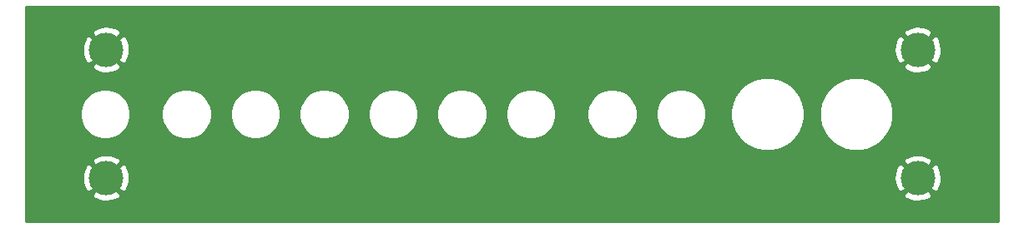
<source format=gbl>
G04 #@! TF.GenerationSoftware,KiCad,Pcbnew,(5.1.8)-1*
G04 #@! TF.CreationDate,2023-04-09T21:37:19+02:00*
G04 #@! TF.ProjectId,BulkyModem FP2,42756c6b-794d-46f6-9465-6d204650322e,rev?*
G04 #@! TF.SameCoordinates,Original*
G04 #@! TF.FileFunction,Copper,L2,Bot*
G04 #@! TF.FilePolarity,Positive*
%FSLAX46Y46*%
G04 Gerber Fmt 4.6, Leading zero omitted, Abs format (unit mm)*
G04 Created by KiCad (PCBNEW (5.1.8)-1) date 2023-04-09 21:37:19*
%MOMM*%
%LPD*%
G01*
G04 APERTURE LIST*
G04 #@! TA.AperFunction,ComponentPad*
%ADD10C,3.500000*%
G04 #@! TD*
G04 #@! TA.AperFunction,Conductor*
%ADD11C,0.254000*%
G04 #@! TD*
G04 #@! TA.AperFunction,Conductor*
%ADD12C,0.100000*%
G04 #@! TD*
G04 APERTURE END LIST*
D10*
X99915000Y-129099000D03*
X182265000Y-129099000D03*
X182265000Y-116049000D03*
X99915000Y-116049000D03*
D11*
X190430000Y-133514000D02*
X91750000Y-133514000D01*
X91750000Y-130768609D01*
X98424997Y-130768609D01*
X98611073Y-131109766D01*
X99028409Y-131325513D01*
X99479815Y-131455696D01*
X99947946Y-131495313D01*
X100414811Y-131442842D01*
X100862468Y-131300297D01*
X101218927Y-131109766D01*
X101405003Y-130768609D01*
X180774997Y-130768609D01*
X180961073Y-131109766D01*
X181378409Y-131325513D01*
X181829815Y-131455696D01*
X182297946Y-131495313D01*
X182764811Y-131442842D01*
X183212468Y-131300297D01*
X183568927Y-131109766D01*
X183755003Y-130768609D01*
X182265000Y-129278605D01*
X180774997Y-130768609D01*
X101405003Y-130768609D01*
X99915000Y-129278605D01*
X98424997Y-130768609D01*
X91750000Y-130768609D01*
X91750000Y-129131946D01*
X97518687Y-129131946D01*
X97571158Y-129598811D01*
X97713703Y-130046468D01*
X97904234Y-130402927D01*
X98245391Y-130589003D01*
X99735395Y-129099000D01*
X100094605Y-129099000D01*
X101584609Y-130589003D01*
X101925766Y-130402927D01*
X102141513Y-129985591D01*
X102271696Y-129534185D01*
X102305736Y-129131946D01*
X179868687Y-129131946D01*
X179921158Y-129598811D01*
X180063703Y-130046468D01*
X180254234Y-130402927D01*
X180595391Y-130589003D01*
X182085395Y-129099000D01*
X182444605Y-129099000D01*
X183934609Y-130589003D01*
X184275766Y-130402927D01*
X184491513Y-129985591D01*
X184621696Y-129534185D01*
X184661313Y-129066054D01*
X184608842Y-128599189D01*
X184466297Y-128151532D01*
X184275766Y-127795073D01*
X183934609Y-127608997D01*
X182444605Y-129099000D01*
X182085395Y-129099000D01*
X180595391Y-127608997D01*
X180254234Y-127795073D01*
X180038487Y-128212409D01*
X179908304Y-128663815D01*
X179868687Y-129131946D01*
X102305736Y-129131946D01*
X102311313Y-129066054D01*
X102258842Y-128599189D01*
X102116297Y-128151532D01*
X101925766Y-127795073D01*
X101584609Y-127608997D01*
X100094605Y-129099000D01*
X99735395Y-129099000D01*
X98245391Y-127608997D01*
X97904234Y-127795073D01*
X97688487Y-128212409D01*
X97558304Y-128663815D01*
X97518687Y-129131946D01*
X91750000Y-129131946D01*
X91750000Y-127429391D01*
X98424997Y-127429391D01*
X99915000Y-128919395D01*
X101405003Y-127429391D01*
X180774997Y-127429391D01*
X182265000Y-128919395D01*
X183755003Y-127429391D01*
X183568927Y-127088234D01*
X183151591Y-126872487D01*
X182700185Y-126742304D01*
X182232054Y-126702687D01*
X181765189Y-126755158D01*
X181317532Y-126897703D01*
X180961073Y-127088234D01*
X180774997Y-127429391D01*
X101405003Y-127429391D01*
X101218927Y-127088234D01*
X100801591Y-126872487D01*
X100350185Y-126742304D01*
X99882054Y-126702687D01*
X99415189Y-126755158D01*
X98967532Y-126897703D01*
X98611073Y-127088234D01*
X98424997Y-127429391D01*
X91750000Y-127429391D01*
X91750000Y-122342116D01*
X97247423Y-122342116D01*
X97247423Y-122847884D01*
X97346094Y-123343934D01*
X97539643Y-123811204D01*
X97820633Y-124231735D01*
X98178265Y-124589367D01*
X98598796Y-124870357D01*
X99066066Y-125063906D01*
X99562116Y-125162577D01*
X100067884Y-125162577D01*
X100563934Y-125063906D01*
X101031204Y-124870357D01*
X101451735Y-124589367D01*
X101809367Y-124231735D01*
X102090357Y-123811204D01*
X102283906Y-123343934D01*
X102382577Y-122847884D01*
X102382577Y-122342116D01*
X105502423Y-122342116D01*
X105502423Y-122847884D01*
X105601094Y-123343934D01*
X105794643Y-123811204D01*
X106075633Y-124231735D01*
X106433265Y-124589367D01*
X106853796Y-124870357D01*
X107321066Y-125063906D01*
X107817116Y-125162577D01*
X108322884Y-125162577D01*
X108818934Y-125063906D01*
X109286204Y-124870357D01*
X109706735Y-124589367D01*
X110064367Y-124231735D01*
X110345357Y-123811204D01*
X110538906Y-123343934D01*
X110637577Y-122847884D01*
X110637577Y-122342116D01*
X112487423Y-122342116D01*
X112487423Y-122847884D01*
X112586094Y-123343934D01*
X112779643Y-123811204D01*
X113060633Y-124231735D01*
X113418265Y-124589367D01*
X113838796Y-124870357D01*
X114306066Y-125063906D01*
X114802116Y-125162577D01*
X115307884Y-125162577D01*
X115803934Y-125063906D01*
X116271204Y-124870357D01*
X116691735Y-124589367D01*
X117049367Y-124231735D01*
X117330357Y-123811204D01*
X117523906Y-123343934D01*
X117622577Y-122847884D01*
X117622577Y-122342116D01*
X119472423Y-122342116D01*
X119472423Y-122847884D01*
X119571094Y-123343934D01*
X119764643Y-123811204D01*
X120045633Y-124231735D01*
X120403265Y-124589367D01*
X120823796Y-124870357D01*
X121291066Y-125063906D01*
X121787116Y-125162577D01*
X122292884Y-125162577D01*
X122788934Y-125063906D01*
X123256204Y-124870357D01*
X123676735Y-124589367D01*
X124034367Y-124231735D01*
X124315357Y-123811204D01*
X124508906Y-123343934D01*
X124607577Y-122847884D01*
X124607577Y-122342116D01*
X126457423Y-122342116D01*
X126457423Y-122847884D01*
X126556094Y-123343934D01*
X126749643Y-123811204D01*
X127030633Y-124231735D01*
X127388265Y-124589367D01*
X127808796Y-124870357D01*
X128276066Y-125063906D01*
X128772116Y-125162577D01*
X129277884Y-125162577D01*
X129773934Y-125063906D01*
X130241204Y-124870357D01*
X130661735Y-124589367D01*
X131019367Y-124231735D01*
X131300357Y-123811204D01*
X131493906Y-123343934D01*
X131592577Y-122847884D01*
X131592577Y-122342116D01*
X133442423Y-122342116D01*
X133442423Y-122847884D01*
X133541094Y-123343934D01*
X133734643Y-123811204D01*
X134015633Y-124231735D01*
X134373265Y-124589367D01*
X134793796Y-124870357D01*
X135261066Y-125063906D01*
X135757116Y-125162577D01*
X136262884Y-125162577D01*
X136758934Y-125063906D01*
X137226204Y-124870357D01*
X137646735Y-124589367D01*
X138004367Y-124231735D01*
X138285357Y-123811204D01*
X138478906Y-123343934D01*
X138577577Y-122847884D01*
X138577577Y-122342116D01*
X140427423Y-122342116D01*
X140427423Y-122847884D01*
X140526094Y-123343934D01*
X140719643Y-123811204D01*
X141000633Y-124231735D01*
X141358265Y-124589367D01*
X141778796Y-124870357D01*
X142246066Y-125063906D01*
X142742116Y-125162577D01*
X143247884Y-125162577D01*
X143743934Y-125063906D01*
X144211204Y-124870357D01*
X144631735Y-124589367D01*
X144989367Y-124231735D01*
X145270357Y-123811204D01*
X145463906Y-123343934D01*
X145562577Y-122847884D01*
X145562577Y-122342116D01*
X148682423Y-122342116D01*
X148682423Y-122847884D01*
X148781094Y-123343934D01*
X148974643Y-123811204D01*
X149255633Y-124231735D01*
X149613265Y-124589367D01*
X150033796Y-124870357D01*
X150501066Y-125063906D01*
X150997116Y-125162577D01*
X151502884Y-125162577D01*
X151998934Y-125063906D01*
X152466204Y-124870357D01*
X152886735Y-124589367D01*
X153244367Y-124231735D01*
X153525357Y-123811204D01*
X153718906Y-123343934D01*
X153817577Y-122847884D01*
X153817577Y-122342116D01*
X155667423Y-122342116D01*
X155667423Y-122847884D01*
X155766094Y-123343934D01*
X155959643Y-123811204D01*
X156240633Y-124231735D01*
X156598265Y-124589367D01*
X157018796Y-124870357D01*
X157486066Y-125063906D01*
X157982116Y-125162577D01*
X158487884Y-125162577D01*
X158983934Y-125063906D01*
X159451204Y-124870357D01*
X159871735Y-124589367D01*
X160229367Y-124231735D01*
X160510357Y-123811204D01*
X160703906Y-123343934D01*
X160802577Y-122847884D01*
X160802577Y-122342116D01*
X160779181Y-122224495D01*
X163236202Y-122224495D01*
X163236202Y-122965505D01*
X163380766Y-123692276D01*
X163664338Y-124376880D01*
X164076020Y-124993007D01*
X164599993Y-125516980D01*
X165216120Y-125928662D01*
X165900724Y-126212234D01*
X166627495Y-126356798D01*
X167368505Y-126356798D01*
X168095276Y-126212234D01*
X168779880Y-125928662D01*
X169396007Y-125516980D01*
X169919980Y-124993007D01*
X170331662Y-124376880D01*
X170615234Y-123692276D01*
X170759798Y-122965505D01*
X170759798Y-122224495D01*
X172253202Y-122224495D01*
X172253202Y-122965505D01*
X172397766Y-123692276D01*
X172681338Y-124376880D01*
X173093020Y-124993007D01*
X173616993Y-125516980D01*
X174233120Y-125928662D01*
X174917724Y-126212234D01*
X175644495Y-126356798D01*
X176385505Y-126356798D01*
X177112276Y-126212234D01*
X177796880Y-125928662D01*
X178413007Y-125516980D01*
X178936980Y-124993007D01*
X179348662Y-124376880D01*
X179632234Y-123692276D01*
X179776798Y-122965505D01*
X179776798Y-122224495D01*
X179632234Y-121497724D01*
X179348662Y-120813120D01*
X178936980Y-120196993D01*
X178413007Y-119673020D01*
X177796880Y-119261338D01*
X177112276Y-118977766D01*
X176385505Y-118833202D01*
X175644495Y-118833202D01*
X174917724Y-118977766D01*
X174233120Y-119261338D01*
X173616993Y-119673020D01*
X173093020Y-120196993D01*
X172681338Y-120813120D01*
X172397766Y-121497724D01*
X172253202Y-122224495D01*
X170759798Y-122224495D01*
X170615234Y-121497724D01*
X170331662Y-120813120D01*
X169919980Y-120196993D01*
X169396007Y-119673020D01*
X168779880Y-119261338D01*
X168095276Y-118977766D01*
X167368505Y-118833202D01*
X166627495Y-118833202D01*
X165900724Y-118977766D01*
X165216120Y-119261338D01*
X164599993Y-119673020D01*
X164076020Y-120196993D01*
X163664338Y-120813120D01*
X163380766Y-121497724D01*
X163236202Y-122224495D01*
X160779181Y-122224495D01*
X160703906Y-121846066D01*
X160510357Y-121378796D01*
X160229367Y-120958265D01*
X159871735Y-120600633D01*
X159451204Y-120319643D01*
X158983934Y-120126094D01*
X158487884Y-120027423D01*
X157982116Y-120027423D01*
X157486066Y-120126094D01*
X157018796Y-120319643D01*
X156598265Y-120600633D01*
X156240633Y-120958265D01*
X155959643Y-121378796D01*
X155766094Y-121846066D01*
X155667423Y-122342116D01*
X153817577Y-122342116D01*
X153718906Y-121846066D01*
X153525357Y-121378796D01*
X153244367Y-120958265D01*
X152886735Y-120600633D01*
X152466204Y-120319643D01*
X151998934Y-120126094D01*
X151502884Y-120027423D01*
X150997116Y-120027423D01*
X150501066Y-120126094D01*
X150033796Y-120319643D01*
X149613265Y-120600633D01*
X149255633Y-120958265D01*
X148974643Y-121378796D01*
X148781094Y-121846066D01*
X148682423Y-122342116D01*
X145562577Y-122342116D01*
X145463906Y-121846066D01*
X145270357Y-121378796D01*
X144989367Y-120958265D01*
X144631735Y-120600633D01*
X144211204Y-120319643D01*
X143743934Y-120126094D01*
X143247884Y-120027423D01*
X142742116Y-120027423D01*
X142246066Y-120126094D01*
X141778796Y-120319643D01*
X141358265Y-120600633D01*
X141000633Y-120958265D01*
X140719643Y-121378796D01*
X140526094Y-121846066D01*
X140427423Y-122342116D01*
X138577577Y-122342116D01*
X138478906Y-121846066D01*
X138285357Y-121378796D01*
X138004367Y-120958265D01*
X137646735Y-120600633D01*
X137226204Y-120319643D01*
X136758934Y-120126094D01*
X136262884Y-120027423D01*
X135757116Y-120027423D01*
X135261066Y-120126094D01*
X134793796Y-120319643D01*
X134373265Y-120600633D01*
X134015633Y-120958265D01*
X133734643Y-121378796D01*
X133541094Y-121846066D01*
X133442423Y-122342116D01*
X131592577Y-122342116D01*
X131493906Y-121846066D01*
X131300357Y-121378796D01*
X131019367Y-120958265D01*
X130661735Y-120600633D01*
X130241204Y-120319643D01*
X129773934Y-120126094D01*
X129277884Y-120027423D01*
X128772116Y-120027423D01*
X128276066Y-120126094D01*
X127808796Y-120319643D01*
X127388265Y-120600633D01*
X127030633Y-120958265D01*
X126749643Y-121378796D01*
X126556094Y-121846066D01*
X126457423Y-122342116D01*
X124607577Y-122342116D01*
X124508906Y-121846066D01*
X124315357Y-121378796D01*
X124034367Y-120958265D01*
X123676735Y-120600633D01*
X123256204Y-120319643D01*
X122788934Y-120126094D01*
X122292884Y-120027423D01*
X121787116Y-120027423D01*
X121291066Y-120126094D01*
X120823796Y-120319643D01*
X120403265Y-120600633D01*
X120045633Y-120958265D01*
X119764643Y-121378796D01*
X119571094Y-121846066D01*
X119472423Y-122342116D01*
X117622577Y-122342116D01*
X117523906Y-121846066D01*
X117330357Y-121378796D01*
X117049367Y-120958265D01*
X116691735Y-120600633D01*
X116271204Y-120319643D01*
X115803934Y-120126094D01*
X115307884Y-120027423D01*
X114802116Y-120027423D01*
X114306066Y-120126094D01*
X113838796Y-120319643D01*
X113418265Y-120600633D01*
X113060633Y-120958265D01*
X112779643Y-121378796D01*
X112586094Y-121846066D01*
X112487423Y-122342116D01*
X110637577Y-122342116D01*
X110538906Y-121846066D01*
X110345357Y-121378796D01*
X110064367Y-120958265D01*
X109706735Y-120600633D01*
X109286204Y-120319643D01*
X108818934Y-120126094D01*
X108322884Y-120027423D01*
X107817116Y-120027423D01*
X107321066Y-120126094D01*
X106853796Y-120319643D01*
X106433265Y-120600633D01*
X106075633Y-120958265D01*
X105794643Y-121378796D01*
X105601094Y-121846066D01*
X105502423Y-122342116D01*
X102382577Y-122342116D01*
X102283906Y-121846066D01*
X102090357Y-121378796D01*
X101809367Y-120958265D01*
X101451735Y-120600633D01*
X101031204Y-120319643D01*
X100563934Y-120126094D01*
X100067884Y-120027423D01*
X99562116Y-120027423D01*
X99066066Y-120126094D01*
X98598796Y-120319643D01*
X98178265Y-120600633D01*
X97820633Y-120958265D01*
X97539643Y-121378796D01*
X97346094Y-121846066D01*
X97247423Y-122342116D01*
X91750000Y-122342116D01*
X91750000Y-117718609D01*
X98424997Y-117718609D01*
X98611073Y-118059766D01*
X99028409Y-118275513D01*
X99479815Y-118405696D01*
X99947946Y-118445313D01*
X100414811Y-118392842D01*
X100862468Y-118250297D01*
X101218927Y-118059766D01*
X101405003Y-117718609D01*
X180774997Y-117718609D01*
X180961073Y-118059766D01*
X181378409Y-118275513D01*
X181829815Y-118405696D01*
X182297946Y-118445313D01*
X182764811Y-118392842D01*
X183212468Y-118250297D01*
X183568927Y-118059766D01*
X183755003Y-117718609D01*
X182265000Y-116228605D01*
X180774997Y-117718609D01*
X101405003Y-117718609D01*
X99915000Y-116228605D01*
X98424997Y-117718609D01*
X91750000Y-117718609D01*
X91750000Y-116081946D01*
X97518687Y-116081946D01*
X97571158Y-116548811D01*
X97713703Y-116996468D01*
X97904234Y-117352927D01*
X98245391Y-117539003D01*
X99735395Y-116049000D01*
X100094605Y-116049000D01*
X101584609Y-117539003D01*
X101925766Y-117352927D01*
X102141513Y-116935591D01*
X102271696Y-116484185D01*
X102305736Y-116081946D01*
X179868687Y-116081946D01*
X179921158Y-116548811D01*
X180063703Y-116996468D01*
X180254234Y-117352927D01*
X180595391Y-117539003D01*
X182085395Y-116049000D01*
X182444605Y-116049000D01*
X183934609Y-117539003D01*
X184275766Y-117352927D01*
X184491513Y-116935591D01*
X184621696Y-116484185D01*
X184661313Y-116016054D01*
X184608842Y-115549189D01*
X184466297Y-115101532D01*
X184275766Y-114745073D01*
X183934609Y-114558997D01*
X182444605Y-116049000D01*
X182085395Y-116049000D01*
X180595391Y-114558997D01*
X180254234Y-114745073D01*
X180038487Y-115162409D01*
X179908304Y-115613815D01*
X179868687Y-116081946D01*
X102305736Y-116081946D01*
X102311313Y-116016054D01*
X102258842Y-115549189D01*
X102116297Y-115101532D01*
X101925766Y-114745073D01*
X101584609Y-114558997D01*
X100094605Y-116049000D01*
X99735395Y-116049000D01*
X98245391Y-114558997D01*
X97904234Y-114745073D01*
X97688487Y-115162409D01*
X97558304Y-115613815D01*
X97518687Y-116081946D01*
X91750000Y-116081946D01*
X91750000Y-114379391D01*
X98424997Y-114379391D01*
X99915000Y-115869395D01*
X101405003Y-114379391D01*
X180774997Y-114379391D01*
X182265000Y-115869395D01*
X183755003Y-114379391D01*
X183568927Y-114038234D01*
X183151591Y-113822487D01*
X182700185Y-113692304D01*
X182232054Y-113652687D01*
X181765189Y-113705158D01*
X181317532Y-113847703D01*
X180961073Y-114038234D01*
X180774997Y-114379391D01*
X101405003Y-114379391D01*
X101218927Y-114038234D01*
X100801591Y-113822487D01*
X100350185Y-113692304D01*
X99882054Y-113652687D01*
X99415189Y-113705158D01*
X98967532Y-113847703D01*
X98611073Y-114038234D01*
X98424997Y-114379391D01*
X91750000Y-114379391D01*
X91750000Y-111634000D01*
X190430001Y-111634000D01*
X190430000Y-133514000D01*
G04 #@! TA.AperFunction,Conductor*
D12*
G36*
X190430000Y-133514000D02*
G01*
X91750000Y-133514000D01*
X91750000Y-130768609D01*
X98424997Y-130768609D01*
X98611073Y-131109766D01*
X99028409Y-131325513D01*
X99479815Y-131455696D01*
X99947946Y-131495313D01*
X100414811Y-131442842D01*
X100862468Y-131300297D01*
X101218927Y-131109766D01*
X101405003Y-130768609D01*
X180774997Y-130768609D01*
X180961073Y-131109766D01*
X181378409Y-131325513D01*
X181829815Y-131455696D01*
X182297946Y-131495313D01*
X182764811Y-131442842D01*
X183212468Y-131300297D01*
X183568927Y-131109766D01*
X183755003Y-130768609D01*
X182265000Y-129278605D01*
X180774997Y-130768609D01*
X101405003Y-130768609D01*
X99915000Y-129278605D01*
X98424997Y-130768609D01*
X91750000Y-130768609D01*
X91750000Y-129131946D01*
X97518687Y-129131946D01*
X97571158Y-129598811D01*
X97713703Y-130046468D01*
X97904234Y-130402927D01*
X98245391Y-130589003D01*
X99735395Y-129099000D01*
X100094605Y-129099000D01*
X101584609Y-130589003D01*
X101925766Y-130402927D01*
X102141513Y-129985591D01*
X102271696Y-129534185D01*
X102305736Y-129131946D01*
X179868687Y-129131946D01*
X179921158Y-129598811D01*
X180063703Y-130046468D01*
X180254234Y-130402927D01*
X180595391Y-130589003D01*
X182085395Y-129099000D01*
X182444605Y-129099000D01*
X183934609Y-130589003D01*
X184275766Y-130402927D01*
X184491513Y-129985591D01*
X184621696Y-129534185D01*
X184661313Y-129066054D01*
X184608842Y-128599189D01*
X184466297Y-128151532D01*
X184275766Y-127795073D01*
X183934609Y-127608997D01*
X182444605Y-129099000D01*
X182085395Y-129099000D01*
X180595391Y-127608997D01*
X180254234Y-127795073D01*
X180038487Y-128212409D01*
X179908304Y-128663815D01*
X179868687Y-129131946D01*
X102305736Y-129131946D01*
X102311313Y-129066054D01*
X102258842Y-128599189D01*
X102116297Y-128151532D01*
X101925766Y-127795073D01*
X101584609Y-127608997D01*
X100094605Y-129099000D01*
X99735395Y-129099000D01*
X98245391Y-127608997D01*
X97904234Y-127795073D01*
X97688487Y-128212409D01*
X97558304Y-128663815D01*
X97518687Y-129131946D01*
X91750000Y-129131946D01*
X91750000Y-127429391D01*
X98424997Y-127429391D01*
X99915000Y-128919395D01*
X101405003Y-127429391D01*
X180774997Y-127429391D01*
X182265000Y-128919395D01*
X183755003Y-127429391D01*
X183568927Y-127088234D01*
X183151591Y-126872487D01*
X182700185Y-126742304D01*
X182232054Y-126702687D01*
X181765189Y-126755158D01*
X181317532Y-126897703D01*
X180961073Y-127088234D01*
X180774997Y-127429391D01*
X101405003Y-127429391D01*
X101218927Y-127088234D01*
X100801591Y-126872487D01*
X100350185Y-126742304D01*
X99882054Y-126702687D01*
X99415189Y-126755158D01*
X98967532Y-126897703D01*
X98611073Y-127088234D01*
X98424997Y-127429391D01*
X91750000Y-127429391D01*
X91750000Y-122342116D01*
X97247423Y-122342116D01*
X97247423Y-122847884D01*
X97346094Y-123343934D01*
X97539643Y-123811204D01*
X97820633Y-124231735D01*
X98178265Y-124589367D01*
X98598796Y-124870357D01*
X99066066Y-125063906D01*
X99562116Y-125162577D01*
X100067884Y-125162577D01*
X100563934Y-125063906D01*
X101031204Y-124870357D01*
X101451735Y-124589367D01*
X101809367Y-124231735D01*
X102090357Y-123811204D01*
X102283906Y-123343934D01*
X102382577Y-122847884D01*
X102382577Y-122342116D01*
X105502423Y-122342116D01*
X105502423Y-122847884D01*
X105601094Y-123343934D01*
X105794643Y-123811204D01*
X106075633Y-124231735D01*
X106433265Y-124589367D01*
X106853796Y-124870357D01*
X107321066Y-125063906D01*
X107817116Y-125162577D01*
X108322884Y-125162577D01*
X108818934Y-125063906D01*
X109286204Y-124870357D01*
X109706735Y-124589367D01*
X110064367Y-124231735D01*
X110345357Y-123811204D01*
X110538906Y-123343934D01*
X110637577Y-122847884D01*
X110637577Y-122342116D01*
X112487423Y-122342116D01*
X112487423Y-122847884D01*
X112586094Y-123343934D01*
X112779643Y-123811204D01*
X113060633Y-124231735D01*
X113418265Y-124589367D01*
X113838796Y-124870357D01*
X114306066Y-125063906D01*
X114802116Y-125162577D01*
X115307884Y-125162577D01*
X115803934Y-125063906D01*
X116271204Y-124870357D01*
X116691735Y-124589367D01*
X117049367Y-124231735D01*
X117330357Y-123811204D01*
X117523906Y-123343934D01*
X117622577Y-122847884D01*
X117622577Y-122342116D01*
X119472423Y-122342116D01*
X119472423Y-122847884D01*
X119571094Y-123343934D01*
X119764643Y-123811204D01*
X120045633Y-124231735D01*
X120403265Y-124589367D01*
X120823796Y-124870357D01*
X121291066Y-125063906D01*
X121787116Y-125162577D01*
X122292884Y-125162577D01*
X122788934Y-125063906D01*
X123256204Y-124870357D01*
X123676735Y-124589367D01*
X124034367Y-124231735D01*
X124315357Y-123811204D01*
X124508906Y-123343934D01*
X124607577Y-122847884D01*
X124607577Y-122342116D01*
X126457423Y-122342116D01*
X126457423Y-122847884D01*
X126556094Y-123343934D01*
X126749643Y-123811204D01*
X127030633Y-124231735D01*
X127388265Y-124589367D01*
X127808796Y-124870357D01*
X128276066Y-125063906D01*
X128772116Y-125162577D01*
X129277884Y-125162577D01*
X129773934Y-125063906D01*
X130241204Y-124870357D01*
X130661735Y-124589367D01*
X131019367Y-124231735D01*
X131300357Y-123811204D01*
X131493906Y-123343934D01*
X131592577Y-122847884D01*
X131592577Y-122342116D01*
X133442423Y-122342116D01*
X133442423Y-122847884D01*
X133541094Y-123343934D01*
X133734643Y-123811204D01*
X134015633Y-124231735D01*
X134373265Y-124589367D01*
X134793796Y-124870357D01*
X135261066Y-125063906D01*
X135757116Y-125162577D01*
X136262884Y-125162577D01*
X136758934Y-125063906D01*
X137226204Y-124870357D01*
X137646735Y-124589367D01*
X138004367Y-124231735D01*
X138285357Y-123811204D01*
X138478906Y-123343934D01*
X138577577Y-122847884D01*
X138577577Y-122342116D01*
X140427423Y-122342116D01*
X140427423Y-122847884D01*
X140526094Y-123343934D01*
X140719643Y-123811204D01*
X141000633Y-124231735D01*
X141358265Y-124589367D01*
X141778796Y-124870357D01*
X142246066Y-125063906D01*
X142742116Y-125162577D01*
X143247884Y-125162577D01*
X143743934Y-125063906D01*
X144211204Y-124870357D01*
X144631735Y-124589367D01*
X144989367Y-124231735D01*
X145270357Y-123811204D01*
X145463906Y-123343934D01*
X145562577Y-122847884D01*
X145562577Y-122342116D01*
X148682423Y-122342116D01*
X148682423Y-122847884D01*
X148781094Y-123343934D01*
X148974643Y-123811204D01*
X149255633Y-124231735D01*
X149613265Y-124589367D01*
X150033796Y-124870357D01*
X150501066Y-125063906D01*
X150997116Y-125162577D01*
X151502884Y-125162577D01*
X151998934Y-125063906D01*
X152466204Y-124870357D01*
X152886735Y-124589367D01*
X153244367Y-124231735D01*
X153525357Y-123811204D01*
X153718906Y-123343934D01*
X153817577Y-122847884D01*
X153817577Y-122342116D01*
X155667423Y-122342116D01*
X155667423Y-122847884D01*
X155766094Y-123343934D01*
X155959643Y-123811204D01*
X156240633Y-124231735D01*
X156598265Y-124589367D01*
X157018796Y-124870357D01*
X157486066Y-125063906D01*
X157982116Y-125162577D01*
X158487884Y-125162577D01*
X158983934Y-125063906D01*
X159451204Y-124870357D01*
X159871735Y-124589367D01*
X160229367Y-124231735D01*
X160510357Y-123811204D01*
X160703906Y-123343934D01*
X160802577Y-122847884D01*
X160802577Y-122342116D01*
X160779181Y-122224495D01*
X163236202Y-122224495D01*
X163236202Y-122965505D01*
X163380766Y-123692276D01*
X163664338Y-124376880D01*
X164076020Y-124993007D01*
X164599993Y-125516980D01*
X165216120Y-125928662D01*
X165900724Y-126212234D01*
X166627495Y-126356798D01*
X167368505Y-126356798D01*
X168095276Y-126212234D01*
X168779880Y-125928662D01*
X169396007Y-125516980D01*
X169919980Y-124993007D01*
X170331662Y-124376880D01*
X170615234Y-123692276D01*
X170759798Y-122965505D01*
X170759798Y-122224495D01*
X172253202Y-122224495D01*
X172253202Y-122965505D01*
X172397766Y-123692276D01*
X172681338Y-124376880D01*
X173093020Y-124993007D01*
X173616993Y-125516980D01*
X174233120Y-125928662D01*
X174917724Y-126212234D01*
X175644495Y-126356798D01*
X176385505Y-126356798D01*
X177112276Y-126212234D01*
X177796880Y-125928662D01*
X178413007Y-125516980D01*
X178936980Y-124993007D01*
X179348662Y-124376880D01*
X179632234Y-123692276D01*
X179776798Y-122965505D01*
X179776798Y-122224495D01*
X179632234Y-121497724D01*
X179348662Y-120813120D01*
X178936980Y-120196993D01*
X178413007Y-119673020D01*
X177796880Y-119261338D01*
X177112276Y-118977766D01*
X176385505Y-118833202D01*
X175644495Y-118833202D01*
X174917724Y-118977766D01*
X174233120Y-119261338D01*
X173616993Y-119673020D01*
X173093020Y-120196993D01*
X172681338Y-120813120D01*
X172397766Y-121497724D01*
X172253202Y-122224495D01*
X170759798Y-122224495D01*
X170615234Y-121497724D01*
X170331662Y-120813120D01*
X169919980Y-120196993D01*
X169396007Y-119673020D01*
X168779880Y-119261338D01*
X168095276Y-118977766D01*
X167368505Y-118833202D01*
X166627495Y-118833202D01*
X165900724Y-118977766D01*
X165216120Y-119261338D01*
X164599993Y-119673020D01*
X164076020Y-120196993D01*
X163664338Y-120813120D01*
X163380766Y-121497724D01*
X163236202Y-122224495D01*
X160779181Y-122224495D01*
X160703906Y-121846066D01*
X160510357Y-121378796D01*
X160229367Y-120958265D01*
X159871735Y-120600633D01*
X159451204Y-120319643D01*
X158983934Y-120126094D01*
X158487884Y-120027423D01*
X157982116Y-120027423D01*
X157486066Y-120126094D01*
X157018796Y-120319643D01*
X156598265Y-120600633D01*
X156240633Y-120958265D01*
X155959643Y-121378796D01*
X155766094Y-121846066D01*
X155667423Y-122342116D01*
X153817577Y-122342116D01*
X153718906Y-121846066D01*
X153525357Y-121378796D01*
X153244367Y-120958265D01*
X152886735Y-120600633D01*
X152466204Y-120319643D01*
X151998934Y-120126094D01*
X151502884Y-120027423D01*
X150997116Y-120027423D01*
X150501066Y-120126094D01*
X150033796Y-120319643D01*
X149613265Y-120600633D01*
X149255633Y-120958265D01*
X148974643Y-121378796D01*
X148781094Y-121846066D01*
X148682423Y-122342116D01*
X145562577Y-122342116D01*
X145463906Y-121846066D01*
X145270357Y-121378796D01*
X144989367Y-120958265D01*
X144631735Y-120600633D01*
X144211204Y-120319643D01*
X143743934Y-120126094D01*
X143247884Y-120027423D01*
X142742116Y-120027423D01*
X142246066Y-120126094D01*
X141778796Y-120319643D01*
X141358265Y-120600633D01*
X141000633Y-120958265D01*
X140719643Y-121378796D01*
X140526094Y-121846066D01*
X140427423Y-122342116D01*
X138577577Y-122342116D01*
X138478906Y-121846066D01*
X138285357Y-121378796D01*
X138004367Y-120958265D01*
X137646735Y-120600633D01*
X137226204Y-120319643D01*
X136758934Y-120126094D01*
X136262884Y-120027423D01*
X135757116Y-120027423D01*
X135261066Y-120126094D01*
X134793796Y-120319643D01*
X134373265Y-120600633D01*
X134015633Y-120958265D01*
X133734643Y-121378796D01*
X133541094Y-121846066D01*
X133442423Y-122342116D01*
X131592577Y-122342116D01*
X131493906Y-121846066D01*
X131300357Y-121378796D01*
X131019367Y-120958265D01*
X130661735Y-120600633D01*
X130241204Y-120319643D01*
X129773934Y-120126094D01*
X129277884Y-120027423D01*
X128772116Y-120027423D01*
X128276066Y-120126094D01*
X127808796Y-120319643D01*
X127388265Y-120600633D01*
X127030633Y-120958265D01*
X126749643Y-121378796D01*
X126556094Y-121846066D01*
X126457423Y-122342116D01*
X124607577Y-122342116D01*
X124508906Y-121846066D01*
X124315357Y-121378796D01*
X124034367Y-120958265D01*
X123676735Y-120600633D01*
X123256204Y-120319643D01*
X122788934Y-120126094D01*
X122292884Y-120027423D01*
X121787116Y-120027423D01*
X121291066Y-120126094D01*
X120823796Y-120319643D01*
X120403265Y-120600633D01*
X120045633Y-120958265D01*
X119764643Y-121378796D01*
X119571094Y-121846066D01*
X119472423Y-122342116D01*
X117622577Y-122342116D01*
X117523906Y-121846066D01*
X117330357Y-121378796D01*
X117049367Y-120958265D01*
X116691735Y-120600633D01*
X116271204Y-120319643D01*
X115803934Y-120126094D01*
X115307884Y-120027423D01*
X114802116Y-120027423D01*
X114306066Y-120126094D01*
X113838796Y-120319643D01*
X113418265Y-120600633D01*
X113060633Y-120958265D01*
X112779643Y-121378796D01*
X112586094Y-121846066D01*
X112487423Y-122342116D01*
X110637577Y-122342116D01*
X110538906Y-121846066D01*
X110345357Y-121378796D01*
X110064367Y-120958265D01*
X109706735Y-120600633D01*
X109286204Y-120319643D01*
X108818934Y-120126094D01*
X108322884Y-120027423D01*
X107817116Y-120027423D01*
X107321066Y-120126094D01*
X106853796Y-120319643D01*
X106433265Y-120600633D01*
X106075633Y-120958265D01*
X105794643Y-121378796D01*
X105601094Y-121846066D01*
X105502423Y-122342116D01*
X102382577Y-122342116D01*
X102283906Y-121846066D01*
X102090357Y-121378796D01*
X101809367Y-120958265D01*
X101451735Y-120600633D01*
X101031204Y-120319643D01*
X100563934Y-120126094D01*
X100067884Y-120027423D01*
X99562116Y-120027423D01*
X99066066Y-120126094D01*
X98598796Y-120319643D01*
X98178265Y-120600633D01*
X97820633Y-120958265D01*
X97539643Y-121378796D01*
X97346094Y-121846066D01*
X97247423Y-122342116D01*
X91750000Y-122342116D01*
X91750000Y-117718609D01*
X98424997Y-117718609D01*
X98611073Y-118059766D01*
X99028409Y-118275513D01*
X99479815Y-118405696D01*
X99947946Y-118445313D01*
X100414811Y-118392842D01*
X100862468Y-118250297D01*
X101218927Y-118059766D01*
X101405003Y-117718609D01*
X180774997Y-117718609D01*
X180961073Y-118059766D01*
X181378409Y-118275513D01*
X181829815Y-118405696D01*
X182297946Y-118445313D01*
X182764811Y-118392842D01*
X183212468Y-118250297D01*
X183568927Y-118059766D01*
X183755003Y-117718609D01*
X182265000Y-116228605D01*
X180774997Y-117718609D01*
X101405003Y-117718609D01*
X99915000Y-116228605D01*
X98424997Y-117718609D01*
X91750000Y-117718609D01*
X91750000Y-116081946D01*
X97518687Y-116081946D01*
X97571158Y-116548811D01*
X97713703Y-116996468D01*
X97904234Y-117352927D01*
X98245391Y-117539003D01*
X99735395Y-116049000D01*
X100094605Y-116049000D01*
X101584609Y-117539003D01*
X101925766Y-117352927D01*
X102141513Y-116935591D01*
X102271696Y-116484185D01*
X102305736Y-116081946D01*
X179868687Y-116081946D01*
X179921158Y-116548811D01*
X180063703Y-116996468D01*
X180254234Y-117352927D01*
X180595391Y-117539003D01*
X182085395Y-116049000D01*
X182444605Y-116049000D01*
X183934609Y-117539003D01*
X184275766Y-117352927D01*
X184491513Y-116935591D01*
X184621696Y-116484185D01*
X184661313Y-116016054D01*
X184608842Y-115549189D01*
X184466297Y-115101532D01*
X184275766Y-114745073D01*
X183934609Y-114558997D01*
X182444605Y-116049000D01*
X182085395Y-116049000D01*
X180595391Y-114558997D01*
X180254234Y-114745073D01*
X180038487Y-115162409D01*
X179908304Y-115613815D01*
X179868687Y-116081946D01*
X102305736Y-116081946D01*
X102311313Y-116016054D01*
X102258842Y-115549189D01*
X102116297Y-115101532D01*
X101925766Y-114745073D01*
X101584609Y-114558997D01*
X100094605Y-116049000D01*
X99735395Y-116049000D01*
X98245391Y-114558997D01*
X97904234Y-114745073D01*
X97688487Y-115162409D01*
X97558304Y-115613815D01*
X97518687Y-116081946D01*
X91750000Y-116081946D01*
X91750000Y-114379391D01*
X98424997Y-114379391D01*
X99915000Y-115869395D01*
X101405003Y-114379391D01*
X180774997Y-114379391D01*
X182265000Y-115869395D01*
X183755003Y-114379391D01*
X183568927Y-114038234D01*
X183151591Y-113822487D01*
X182700185Y-113692304D01*
X182232054Y-113652687D01*
X181765189Y-113705158D01*
X181317532Y-113847703D01*
X180961073Y-114038234D01*
X180774997Y-114379391D01*
X101405003Y-114379391D01*
X101218927Y-114038234D01*
X100801591Y-113822487D01*
X100350185Y-113692304D01*
X99882054Y-113652687D01*
X99415189Y-113705158D01*
X98967532Y-113847703D01*
X98611073Y-114038234D01*
X98424997Y-114379391D01*
X91750000Y-114379391D01*
X91750000Y-111634000D01*
X190430001Y-111634000D01*
X190430000Y-133514000D01*
G37*
G04 #@! TD.AperFunction*
M02*

</source>
